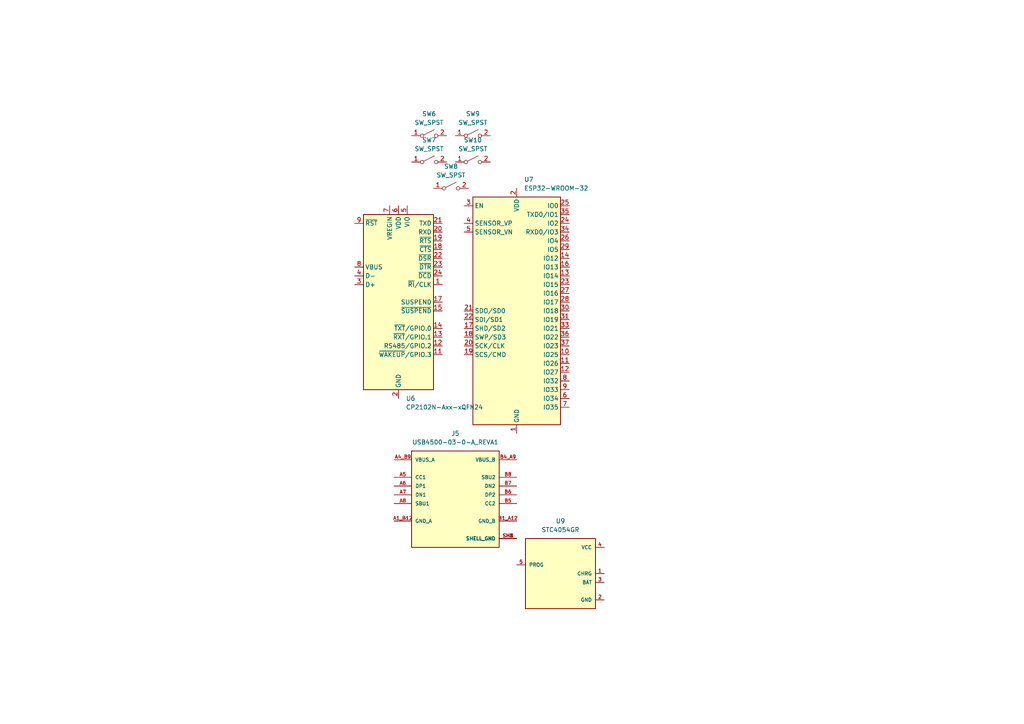
<source format=kicad_sch>
(kicad_sch (version 20250114) (generator "eeschema") (generator_version "9.0")
  (paper "A4")
  (lib_symbols
    (symbol "Interface_USB:CP2102N-Axx-xQFN24"
      (property "Reference" "U" (at -8.89 26.67 0))
      (property "Value" "CP2102N-Axx-xQFN24" (at 13.97 26.67 0))
      (symbol "CP2102N-Axx-xQFN24_0_1"
        (rectangle (start -10.16 25.4) (end 10.16 -25.4) (stroke (width 0.254)) (fill (type background)))
      )
      (symbol "CP2102N-Axx-xQFN24_1_1"
        (pin input line (at -12.7 22.86 0) (length 2.54) (name "~{RST}") (number "9"))
        (pin input line (at -12.7 10.16 0) (length 2.54) (name "VBUS") (number "8"))
        (pin bidirectional line (at -12.7 7.62 0) (length 2.54) (name "D-") (number "4"))
        (pin bidirectional line (at -12.7 5.08 0) (length 2.54) (name "D+") (number "3"))
        (pin no_connect line (at -10.16 -22.86 0) (length 2.54) (hide yes) (name "NC") (number "10"))
        (pin power_in line (at -2.54 27.94 270) (length 2.54) (name "VREGIN") (number "7"))
        (pin power_in line (at 0 27.94 270) (length 2.54) (name "VDD") (number "6"))
        (pin power_in line (at 0 -27.94 90) (length 2.54) (name "GND") (number "2"))
        (pin passive line (at 0 -27.94 90) (length 2.54) (hide yes) (name "GND") (number "25"))
        (pin power_in line (at 2.54 27.94 270) (length 2.54) (name "VIO") (number "5"))
        (pin no_connect line (at 10.16 -22.86 180) (length 2.54) (hide yes) (name "NC") (number "16"))
        (pin output line (at 12.7 22.86 180) (length 2.54) (name "TXD") (number "21"))
        (pin input line (at 12.7 20.32 180) (length 2.54) (name "RXD") (number "20"))
        (pin output line (at 12.7 17.78 180) (length 2.54) (name "~{RTS}") (number "19"))
        (pin input line (at 12.7 15.24 180) (length 2.54) (name "~{CTS}") (number "18"))
        (pin input line (at 12.7 12.7 180) (length 2.54) (name "~{DSR}") (number "22"))
        (pin output line (at 12.7 10.16 180) (length 2.54) (name "~{DTR}") (number "23"))
        (pin input line (at 12.7 7.62 180) (length 2.54) (name "~{DCD}") (number "24"))
        (pin bidirectional line (at 12.7 5.08 180) (length 2.54) (name "~{RI}/CLK") (number "1"))
        (pin output line (at 12.7 0 180) (length 2.54) (name "SUSPEND") (number "17"))
        (pin output line (at 12.7 -2.54 180) (length 2.54) (name "~{SUSPEND}") (number "15"))
        (pin bidirectional line (at 12.7 -7.62 180) (length 2.54) (name "~{TXT}/GPIO.0") (number "14"))
        (pin bidirectional line (at 12.7 -10.16 180) (length 2.54) (name "~{RXT}/GPIO.1") (number "13"))
        (pin bidirectional line (at 12.7 -12.7 180) (length 2.54) (name "RS485/GPIO.2") (number "12"))
        (pin bidirectional line (at 12.7 -15.24 180) (length 2.54) (name "~{WAKEUP}/GPIO.3") (number "11"))
      )
    )
    (symbol "RF_Module:ESP32-WROOM-32"
      (property "Reference" "U" (at -12.7 34.29 0))
      (property "Value" "ESP32-WROOM-32" (at 1.27 34.29 0))
      (symbol "ESP32-WROOM-32_0_1"
        (rectangle (start -12.7 33.02) (end 12.7 -33.02) (stroke (width 0.254)) (fill (type background)))
      )
      (symbol "ESP32-WROOM-32_1_1"
        (pin input line (at -15.24 30.48 0) (length 2.54) (name "EN") (number "3"))
        (pin input line (at -15.24 25.4 0) (length 2.54) (name "SENSOR_VP") (number "4"))
        (pin input line (at -15.24 22.86 0) (length 2.54) (name "SENSOR_VN") (number "5"))
        (pin bidirectional line (at -15.24 0 0) (length 2.54) (name "SDO/SD0") (number "21"))
        (pin bidirectional line (at -15.24 -2.54 0) (length 2.54) (name "SDI/SD1") (number "22"))
        (pin bidirectional line (at -15.24 -5.08 0) (length 2.54) (name "SHD/SD2") (number "17"))
        (pin bidirectional line (at -15.24 -7.62 0) (length 2.54) (name "SWP/SD3") (number "18"))
        (pin bidirectional line (at -15.24 -10.16 0) (length 2.54) (name "SCK/CLK") (number "20"))
        (pin bidirectional line (at -15.24 -12.7 0) (length 2.54) (name "SCS/CMD") (number "19"))
        (pin no_connect line (at -12.7 -27.94 0) (length 2.54) (hide yes) (name "NC") (number "32"))
        (pin power_in line (at 0 35.56 270) (length 2.54) (name "VDD") (number "2"))
        (pin power_in line (at 0 -35.56 90) (length 2.54) (name "GND") (number "1"))
        (pin passive line (at 0 -35.56 90) (length 2.54) (hide yes) (name "GND") (number "15"))
        (pin passive line (at 0 -35.56 90) (length 2.54) (hide yes) (name "GND") (number "38"))
        (pin passive line (at 0 -35.56 90) (length 2.54) (hide yes) (name "GND") (number "39"))
        (pin bidirectional line (at 15.24 30.48 180) (length 2.54) (name "IO0") (number "25"))
        (pin bidirectional line (at 15.24 27.94 180) (length 2.54) (name "TXD0/IO1") (number "35"))
        (pin bidirectional line (at 15.24 25.4 180) (length 2.54) (name "IO2") (number "24"))
        (pin bidirectional line (at 15.24 22.86 180) (length 2.54) (name "RXD0/IO3") (number "34"))
        (pin bidirectional line (at 15.24 20.32 180) (length 2.54) (name "IO4") (number "26"))
        (pin bidirectional line (at 15.24 17.78 180) (length 2.54) (name "IO5") (number "29"))
        (pin bidirectional line (at 15.24 15.24 180) (length 2.54) (name "IO12") (number "14"))
        (pin bidirectional line (at 15.24 12.7 180) (length 2.54) (name "IO13") (number "16"))
        (pin bidirectional line (at 15.24 10.16 180) (length 2.54) (name "IO14") (number "13"))
        (pin bidirectional line (at 15.24 7.62 180) (length 2.54) (name "IO15") (number "23"))
        (pin bidirectional line (at 15.24 5.08 180) (length 2.54) (name "IO16") (number "27"))
        (pin bidirectional line (at 15.24 2.54 180) (length 2.54) (name "IO17") (number "28"))
        (pin bidirectional line (at 15.24 0 180) (length 2.54) (name "IO18") (number "30"))
        (pin bidirectional line (at 15.24 -2.54 180) (length 2.54) (name "IO19") (number "31"))
        (pin bidirectional line (at 15.24 -5.08 180) (length 2.54) (name "IO21") (number "33"))
        (pin bidirectional line (at 15.24 -7.62 180) (length 2.54) (name "IO22") (number "36"))
        (pin bidirectional line (at 15.24 -10.16 180) (length 2.54) (name "IO23") (number "37"))
        (pin bidirectional line (at 15.24 -12.7 180) (length 2.54) (name "IO25") (number "10"))
        (pin bidirectional line (at 15.24 -15.24 180) (length 2.54) (name "IO26") (number "11"))
        (pin bidirectional line (at 15.24 -17.78 180) (length 2.54) (name "IO27") (number "12"))
        (pin bidirectional line (at 15.24 -20.32 180) (length 2.54) (name "IO32") (number "8"))
        (pin bidirectional line (at 15.24 -22.86 180) (length 2.54) (name "IO33") (number "9"))
        (pin input line (at 15.24 -25.4 180) (length 2.54) (name "IO34") (number "6"))
        (pin input line (at 15.24 -27.94 180) (length 2.54) (name "IO35") (number "7"))
      )
    )
    (symbol "STC4054GR:STC4054GR" (pin_names (offset 1.016))
      (property "Reference" "U" (at -10.175 10.175 0))
      (property "Value" "STC4054GR" (at -10.17 -12.7124 0))
      (symbol "STC4054GR_0_0"
        (rectangle (start -10.16 -10.16) (end 10.16 10.16) (stroke (width 0.254)) (fill (type background)))
        (pin input line (at -12.7 2.54 0) (length 2.54) (name "PROG") (number "5"))
        (pin power_in line (at 12.7 7.62 180) (length 2.54) (name "VCC") (number "4"))
        (pin output line (at 12.7 0 180) (length 2.54) (name "CHRG") (number "1"))
        (pin output line (at 12.7 -2.54 180) (length 2.54) (name "BAT") (number "3"))
        (pin power_in line (at 12.7 -7.62 180) (length 2.54) (name "GND") (number "2"))
      )
    )
    (symbol "Switch:SW_SPST" (pin_names (offset 0) (hide yes))
      (property "Reference" "SW" (at 0 3.175 0))
      (property "Value" "SW_SPST" (at 0 -2.54 0))
      (symbol "SW_SPST_0_0"
        (circle (center -2.032 0) (radius 0.508))
        (polyline (pts (xy -1.524 0.254) (xy 1.524 1.778)))
        (circle (center 2.032 0) (radius 0.508))
      )
      (symbol "SW_SPST_1_1"
        (pin passive line (at -5.08 0 0) (length 2.54) (name "A") (number "1"))
        (pin passive line (at 5.08 0 180) (length 2.54) (name "B") (number "2"))
      )
    )
    (symbol "USB-C-2.0-24P(16+8):USB4500-03-0-A_REVA1" (pin_names (offset 1.016))
      (property "Reference" "J" (at -12.7 16.002 0))
      (property "Value" "USB4500-03-0-A_REVA1" (at -12.7 -13.462 0))
      (symbol "USB4500-03-0-A_REVA1_0_0"
        (rectangle (start -12.7 -12.7) (end 12.7 15.24) (stroke (width 0.254)) (fill (type background)))
        (pin power_in line (at -17.78 12.7 0) (length 5.08) (name "VBUS_A") (number "A4_B9"))
        (pin bidirectional line (at -17.78 7.62 0) (length 5.08) (name "CC1") (number "A5"))
        (pin bidirectional line (at -17.78 5.08 0) (length 5.08) (name "DP1") (number "A6"))
        (pin bidirectional line (at -17.78 2.54 0) (length 5.08) (name "DN1") (number "A7"))
        (pin bidirectional line (at -17.78 0 0) (length 5.08) (name "SBU1") (number "A8"))
        (pin power_in line (at -17.78 -5.08 0) (length 5.08) (name "GND_A") (number "A1_B12"))
        (pin power_in line (at 17.78 12.7 180) (length 5.08) (name "VBUS_B") (number "B4_A9"))
        (pin bidirectional line (at 17.78 7.62 180) (length 5.08) (name "SBU2") (number "B8"))
        (pin bidirectional line (at 17.78 5.08 180) (length 5.08) (name "DN2") (number "B7"))
        (pin bidirectional line (at 17.78 2.54 180) (length 5.08) (name "DP2") (number "B6"))
        (pin bidirectional line (at 17.78 0 180) (length 5.08) (name "CC2") (number "B5"))
        (pin power_in line (at 17.78 -5.08 180) (length 5.08) (name "GND_B") (number "B1_A12"))
        (pin power_in line (at 17.78 -10.16 180) (length 5.08) (name "SHELL_GND") (number "SH1"))
        (pin power_in line (at 17.78 -10.16 180) (length 5.08) (name "SHELL_GND") (number "SH2"))
        (pin power_in line (at 17.78 -10.16 180) (length 5.08) (name "SHELL_GND") (number "SH3"))
        (pin power_in line (at 17.78 -10.16 180) (length 5.08) (name "SHELL_GND") (number "SH4"))
      )
    )
  )
  (symbol (lib_id "USB-C-2.0-24P(16+8):USB4500-03-0-A_REVA1") (at 132.08 146.05 0) (unit 1)
    (property "Reference" "J5" (at 132.08 125.73 0))
    (property "Value" "USB4500-03-0-A_REVA1" (at 132.08 128.27 0))
    (property "Footprint" "USB4500-03-0-A_REVA1:GCT_USB4500-03-0-A_REVA1" (effects (hide yes)))
    (property "MF" "Global Connector Technology" (effects (hide yes)))
    (property "MAXIMUM_PACKAGE_HEIGHT" "2.36 mm" (effects (hide yes)))
    (property "Package" "None" (effects (hide yes)))
    (property "Price" "None" (effects (hide yes)))
    (property "Check_prices" "https://www.snapeda.com/parts/USB4500-03-0-A/Global+Connector+Technology/view-part/?ref=eda" (effects (hide yes)))
    (property "STANDARD" "Manufacturer Recommendations" (effects (hide yes)))
    (property "PARTREV" "A1" (effects (hide yes)))
    (property "SnapEDA_Link" "https://www.snapeda.com/parts/USB4500-03-0-A/Global+Connector+Technology/view-part/?ref=snap" (effects (hide yes)))
    (property "MP" "USB4500-03-0-A" (effects (hide yes)))
    (property "Description_1" "USB-C (USB TYPE-C) USB 2.0 Receptacle Connector 24 (16+8 Dummy) Position Board Edge, Cutout; Surface Mount; Through Hole, Right Angle" (effects (hide yes)))
    (property "MANUFACTURER" "Global Connector Technology" (effects (hide yes)))
    (property "Availability" "In Stock" (effects (hide yes)))
    (property "SNAPEDA_PN" "USB4500-03-0-A" (effects (hide yes)))
  )
  (symbol (lib_id "RF_Module:ESP32-WROOM-32") (at 149.86 90.17 0) (unit 1)
    (property "Reference" "U7" (at 152.0033 52.07 0) (effects (justify left)))
    (property "Value" "ESP32-WROOM-32" (at 152.0033 54.61 0) (effects (justify left)))
    (property "Footprint" "RF_Module:ESP32-WROOM-32" (effects (hide yes)))
    (property "Datasheet" "https://www.espressif.com/sites/default/files/documentation/esp32-wroom-32_datasheet_en.pdf" (effects (hide yes)))
    (property "Description" "RF Module, ESP32-D0WDQ6 SoC, Wi-Fi 802.11b/g/n, Bluetooth, BLE, 32-bit, 2.7-3.6V, onboard antenna, SMD" (effects (hide yes)))
  )
  (symbol (lib_id "Switch:SW_SPST") (at 137.16 46.99 0) (unit 1)
    (property "Reference" "SW10" (at 137.16 40.64 0))
    (property "Value" "SW_SPST" (at 137.16 43.18 0))
    (property "Footprint" "Kailh_Choc_White:Choc_V1" (effects (hide yes)))
    (property "Description" "Single Pole Single Throw (SPST) switch" (effects (hide yes)))
  )
  (symbol (lib_id "STC4054GR:STC4054GR") (at 162.56 166.37 0) (unit 1)
    (property "Reference" "U9" (at 162.56 151.13 0))
    (property "Value" "STC4054GR" (at 162.56 153.67 0))
    (property "Footprint" "STC4054GR:SOT95P280X110-5N" (effects (hide yes)))
    (property "MF" "STMicroelectronics" (effects (hide yes)))
    (property "Description_1" "IC BATT CHG LI-ION 1CEL TSOT23-5" (effects (hide yes)))
    (property "Package" "TSOT-23 STMicroelectronics" (effects (hide yes)))
    (property "Price" "None" (effects (hide yes)))
    (property "Check_prices" "https://www.snapeda.com/parts/STC4054GR/STMicroelectronics/view-part/?ref=eda" (effects (hide yes)))
    (property "STANDARD" "IPC7351B" (effects (hide yes)))
    (property "PARTREV" "1" (effects (hide yes)))
    (property "SnapEDA_Link" "https://www.snapeda.com/parts/STC4054GR/STMicroelectronics/view-part/?ref=snap" (effects (hide yes)))
    (property "MP" "STC4054GR" (effects (hide yes)))
    (property "Availability" "In Stock" (effects (hide yes)))
    (property "MANUFACTURER" "ST Microelectronics" (effects (hide yes)))
  )
  (symbol (lib_id "Switch:SW_SPST") (at 137.16 39.37 0) (unit 1)
    (property "Reference" "SW9" (at 137.16 33.02 0))
    (property "Value" "SW_SPST" (at 137.16 35.56 0))
    (property "Footprint" "Kailh_Choc_White:Choc_V1" (effects (hide yes)))
    (property "Description" "Single Pole Single Throw (SPST) switch" (effects (hide yes)))
  )
  (symbol (lib_id "Interface_USB:CP2102N-Axx-xQFN24") (at 115.57 87.63 0) (unit 1)
    (property "Reference" "U6" (at 117.7133 115.57 0) (effects (justify left)))
    (property "Value" "CP2102N-Axx-xQFN24" (at 117.7133 118.11 0) (effects (justify left)))
    (property "Footprint" "Package_DFN_QFN:QFN-24-1EP_4x4mm_P0.5mm_EP2.6x2.6mm" (effects (hide yes)))
    (property "Datasheet" "https://www.silabs.com/documents/public/data-sheets/cp2102n-datasheet.pdf" (effects (hide yes)))
    (property "Description" "USB to UART master bridge, QFN-24" (effects (hide yes)))
  )
  (symbol (lib_id "Switch:SW_SPST") (at 130.81 54.61 0) (unit 1)
    (property "Reference" "SW8" (at 130.81 48.26 0))
    (property "Value" "SW_SPST" (at 130.81 50.8 0))
    (property "Footprint" "Kailh_Choc_White:Choc_V1" (effects (hide yes)))
    (property "Description" "Single Pole Single Throw (SPST) switch" (effects (hide yes)))
  )
  (symbol (lib_id "Switch:SW_SPST") (at 124.46 46.99 0) (unit 1)
    (property "Reference" "SW7" (at 124.46 40.64 0))
    (property "Value" "SW_SPST" (at 124.46 43.18 0))
    (property "Footprint" "Kailh_Choc_White:Choc_V1" (effects (hide yes)))
    (property "Description" "Single Pole Single Throw (SPST) switch" (effects (hide yes)))
  )
  (symbol (lib_id "Switch:SW_SPST") (at 124.46 39.37 0) (unit 1)
    (property "Reference" "SW6" (at 124.46 33.02 0))
    (property "Value" "SW_SPST" (at 124.46 35.56 0))
    (property "Footprint" "Kailh_Choc_White:Choc_V1" (effects (hide yes)))
    (property "Description" "Single Pole Single Throw (SPST) switch" (effects (hide yes)))
  )
)
</source>
